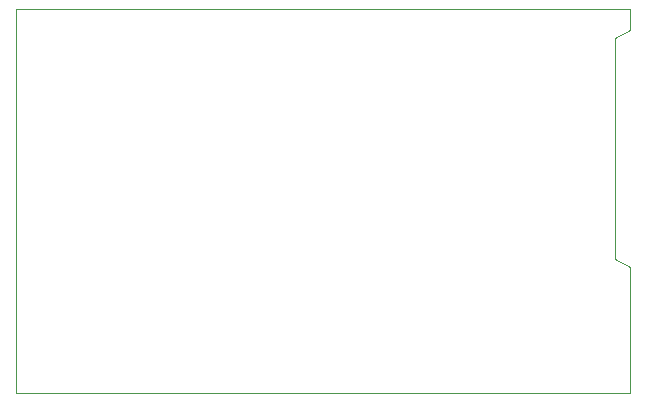
<source format=gbr>
G04 #@! TF.GenerationSoftware,KiCad,Pcbnew,(5.1.5)-3*
G04 #@! TF.CreationDate,2020-02-11T21:27:28+08:00*
G04 #@! TF.ProjectId,F1C200S_KIT,46314332-3030-4535-9f4b-49542e6b6963,V1.0*
G04 #@! TF.SameCoordinates,Original*
G04 #@! TF.FileFunction,Profile,NP*
%FSLAX46Y46*%
G04 Gerber Fmt 4.6, Leading zero omitted, Abs format (unit mm)*
G04 Created by KiCad (PCBNEW (5.1.5)-3) date 2020-02-11 21:27:28*
%MOMM*%
%LPD*%
G04 APERTURE LIST*
%ADD10C,0.050800*%
G04 APERTURE END LIST*
D10*
X192000000Y-121818400D02*
X192000000Y-132500000D01*
X190728600Y-121132600D02*
X191998600Y-121818400D01*
X190728600Y-120827800D02*
X190728600Y-121132600D01*
X190728600Y-102412800D02*
X190728600Y-102793800D01*
X191998600Y-101752400D02*
X190728600Y-102412800D01*
X192000000Y-100000000D02*
X191998600Y-101752400D01*
X190728600Y-102793800D02*
X190728600Y-120827800D01*
X192000000Y-100000000D02*
X140000000Y-100000000D01*
X140000000Y-132500000D02*
X192000000Y-132500000D01*
X140000000Y-100000000D02*
X140000000Y-132500000D01*
M02*

</source>
